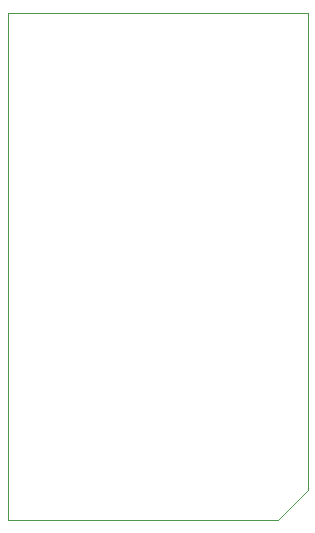
<source format=gbr>
G04 #@! TF.GenerationSoftware,KiCad,Pcbnew,(5.1.5)-3*
G04 #@! TF.CreationDate,2020-05-07T11:30:42+02:00*
G04 #@! TF.ProjectId,TPS26600_ePuse,54505332-3636-4303-905f-65507573652e,rev?*
G04 #@! TF.SameCoordinates,Original*
G04 #@! TF.FileFunction,Profile,NP*
%FSLAX46Y46*%
G04 Gerber Fmt 4.6, Leading zero omitted, Abs format (unit mm)*
G04 Created by KiCad (PCBNEW (5.1.5)-3) date 2020-05-07 11:30:42*
%MOMM*%
%LPD*%
G04 APERTURE LIST*
%ADD10C,0.050000*%
G04 APERTURE END LIST*
D10*
X76200000Y-134874000D02*
X101600000Y-134874000D01*
X101600000Y-134874000D02*
X101600000Y-175260000D01*
X76200000Y-177800000D02*
X76200000Y-134874000D01*
X99060000Y-177800000D02*
X101600000Y-175260000D01*
X76200000Y-177800000D02*
X99060000Y-177800000D01*
M02*

</source>
